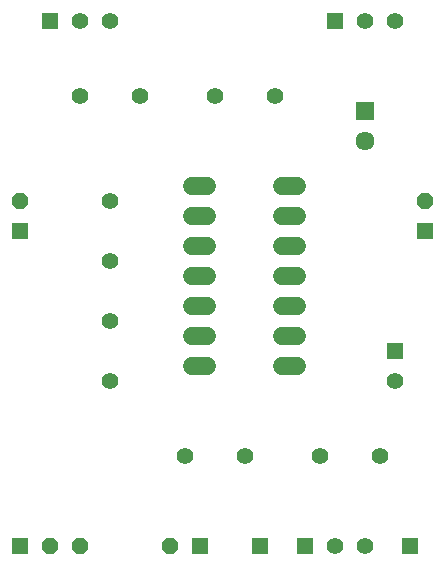
<source format=gts>
G75*
G70*
%OFA0B0*%
%FSLAX24Y24*%
%IPPOS*%
%LPD*%
%AMOC8*
5,1,8,0,0,1.08239X$1,22.5*
%
%ADD10C,0.0634*%
%ADD11R,0.0634X0.0634*%
%ADD12C,0.0556*%
%ADD13R,0.0556X0.0556*%
%ADD14C,0.0600*%
%ADD15OC8,0.0556*%
D10*
X012601Y014712D03*
D11*
X012601Y015712D03*
D12*
X012601Y018712D03*
X013601Y018712D03*
X009601Y016212D03*
X007601Y016212D03*
X005101Y016212D03*
X003101Y016212D03*
X003101Y018712D03*
X004101Y018712D03*
X004101Y012712D03*
X004101Y010712D03*
X004101Y008712D03*
X004101Y006712D03*
X006601Y004212D03*
X008601Y004212D03*
X011101Y004212D03*
X013101Y004212D03*
X013601Y006712D03*
X012601Y001212D03*
X011601Y001212D03*
D13*
X001101Y001212D03*
X007101Y001212D03*
X009101Y001212D03*
X010601Y001212D03*
X014101Y001212D03*
X013601Y007712D03*
X014601Y011712D03*
X011601Y018712D03*
X002101Y018712D03*
X001101Y011712D03*
D14*
X006841Y012212D02*
X007361Y012212D01*
X007361Y013212D02*
X006841Y013212D01*
X006841Y011212D02*
X007361Y011212D01*
X007361Y010212D02*
X006841Y010212D01*
X006841Y009212D02*
X007361Y009212D01*
X007361Y008212D02*
X006841Y008212D01*
X006841Y007212D02*
X007361Y007212D01*
X009841Y007212D02*
X010361Y007212D01*
X010361Y008212D02*
X009841Y008212D01*
X009841Y009212D02*
X010361Y009212D01*
X010361Y010212D02*
X009841Y010212D01*
X009841Y011212D02*
X010361Y011212D01*
X010361Y012212D02*
X009841Y012212D01*
X009841Y013212D02*
X010361Y013212D01*
D15*
X014601Y012712D03*
X006101Y001212D03*
X003101Y001212D03*
X002101Y001212D03*
X001101Y012712D03*
M02*

</source>
